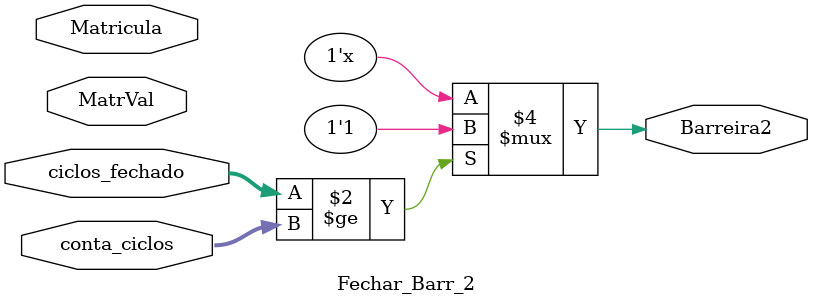
<source format=v>
`timescale 1ns / 1ps
module Fechar_Barr_2(
input [6:0] conta_ciclos,
input [23:0] Matricula,
input MatrVal,
input [6:0] ciclos_fechado,
output reg Barreira2
    );
always @(conta_ciclos)
	begin
		if (ciclos_fechado>=conta_ciclos)
			Barreira2=1;
	end

endmodule

</source>
